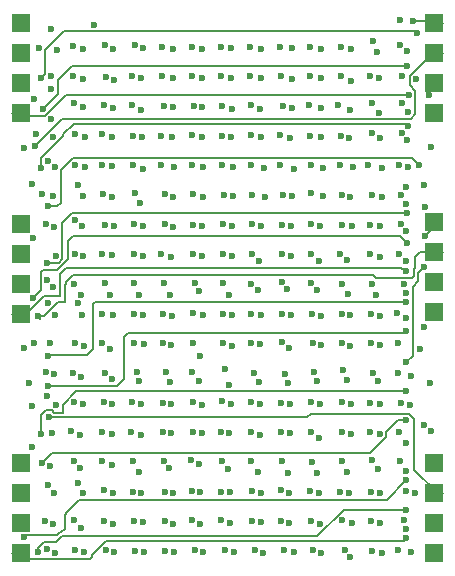
<source format=gbr>
%TF.GenerationSoftware,KiCad,Pcbnew,8.0.2*%
%TF.CreationDate,2024-06-26T19:14:06+02:00*%
%TF.ProjectId,PixelDisplay,50697865-6c44-4697-9370-6c61792e6b69,rev?*%
%TF.SameCoordinates,Original*%
%TF.FileFunction,Copper,L2,Inr*%
%TF.FilePolarity,Positive*%
%FSLAX46Y46*%
G04 Gerber Fmt 4.6, Leading zero omitted, Abs format (unit mm)*
G04 Created by KiCad (PCBNEW 8.0.2) date 2024-06-26 19:14:06*
%MOMM*%
%LPD*%
G01*
G04 APERTURE LIST*
%TA.AperFunction,CastellatedPad*%
%ADD10R,1.500000X1.500000*%
%TD*%
%TA.AperFunction,ViaPad*%
%ADD11C,0.600000*%
%TD*%
%TA.AperFunction,Conductor*%
%ADD12C,0.200000*%
%TD*%
G04 APERTURE END LIST*
D10*
%TO.N,Vdd_str6*%
%TO.C,J6*%
X135100000Y-83540000D03*
%TO.N,Vss_str6*%
X135100000Y-86080000D03*
%TO.N,din_led_pwm_6*%
X135100000Y-88620000D03*
%TO.N,dout_led_pwm_6*%
X135100000Y-91160000D03*
%TD*%
%TO.N,Vdd_str5*%
%TO.C,J5*%
X170100000Y-91190000D03*
%TO.N,Vss_str5*%
X170100000Y-88650000D03*
%TO.N,din_led_pwm_5*%
X170100000Y-86110000D03*
%TO.N,dout_led_pwm_5*%
X170100000Y-83570000D03*
%TD*%
%TO.N,Vdd_str2*%
%TO.C,J2*%
X170100000Y-53880000D03*
%TO.N,Vss_str2*%
X170100000Y-51340000D03*
%TO.N,din_led_pwm_2*%
X170100000Y-48800000D03*
%TO.N,dout_led_pwm_2*%
X170100000Y-46260000D03*
%TD*%
%TO.N,Vdd_str3*%
%TO.C,J3*%
X135100000Y-63260000D03*
%TO.N,Vss_str3*%
X135100000Y-65800000D03*
%TO.N,din_led_pwm_3*%
X135100000Y-68340000D03*
%TO.N,dout_led_pwm_3*%
X135100000Y-70880000D03*
%TD*%
%TO.N,Vdd_str4*%
%TO.C,J4*%
X170100500Y-70760000D03*
%TO.N,Vss_str4*%
X170100500Y-68220000D03*
%TO.N,din_led_pwm_4*%
X170100500Y-65680000D03*
%TO.N,dout_led_pwm_4*%
X170100500Y-63140000D03*
%TD*%
%TO.N,Vdd_str1*%
%TO.C,J1*%
X135100000Y-46290000D03*
%TO.N,Vss_str1*%
X135100000Y-48830000D03*
%TO.N,din_led_pwm_1*%
X135100000Y-51370000D03*
%TO.N,dout_led_pwm_1*%
X135100000Y-53910000D03*
%TD*%
D11*
%TO.N,Vss_str1*%
X136251352Y-52736215D03*
X164800000Y-53050000D03*
X144730000Y-48170000D03*
X154513213Y-48296785D03*
X147068722Y-50761278D03*
X152160000Y-53280000D03*
X152060000Y-48299998D03*
X154610000Y-53260000D03*
X147040000Y-48299998D03*
X159610000Y-50809498D03*
X139520000Y-48230000D03*
X159510000Y-53250000D03*
X142120000Y-53240000D03*
X157262876Y-53321230D03*
X157060000Y-48299998D03*
X139544108Y-50765892D03*
X157101876Y-50755459D03*
X161990000Y-53250000D03*
X149721439Y-53320179D03*
X137630139Y-46770139D03*
X142324906Y-50840944D03*
X139560000Y-53090000D03*
X167156946Y-48140000D03*
X144523851Y-50726149D03*
X152083465Y-50756535D03*
X162200000Y-48299998D03*
X149580000Y-50809498D03*
X167390000Y-53060000D03*
X154514821Y-50807890D03*
X149580000Y-48299998D03*
X137643987Y-50801324D03*
X142230000Y-48120000D03*
X167390000Y-50809498D03*
X162232951Y-50809498D03*
X159610000Y-48299998D03*
X164900000Y-47830000D03*
X147230000Y-53290000D03*
X164690000Y-50770000D03*
X144500000Y-53230000D03*
%TO.N,Vdd_str1*%
X137682414Y-51910092D03*
X147979252Y-53419002D03*
X155420000Y-48440000D03*
X137674952Y-54422866D03*
X152960000Y-53540000D03*
X147990000Y-48440000D03*
X143013469Y-51138238D03*
X142872411Y-48507055D03*
X147990000Y-50909502D03*
X150466552Y-53418448D03*
X155370000Y-53560000D03*
X150469164Y-50909070D03*
X165419386Y-50944642D03*
X145270000Y-53610000D03*
X168559138Y-51000000D03*
X142924906Y-53470000D03*
X152860000Y-50920000D03*
X141290000Y-46430000D03*
X150470000Y-48510000D03*
X145470000Y-48400002D03*
X158030000Y-51010000D03*
X155419857Y-50900714D03*
X160540000Y-50920000D03*
X167240000Y-46020000D03*
X163060000Y-51150000D03*
X158030000Y-48400002D03*
X165290000Y-48740000D03*
X140329291Y-53402548D03*
X160540000Y-48470000D03*
X140330000Y-50980000D03*
X167910000Y-53840000D03*
X163060000Y-48450000D03*
X158020000Y-53470000D03*
X140330000Y-48510000D03*
X138179999Y-48577539D03*
X145240944Y-50945880D03*
X162970000Y-53620000D03*
X152860000Y-48380000D03*
X167800000Y-48691706D03*
X160490000Y-53500000D03*
X165460000Y-53860000D03*
%TO.N,Vdd_str2*%
X140500000Y-55930202D03*
X150395672Y-55920456D03*
X137817043Y-55917043D03*
X142796172Y-58408961D03*
X167707114Y-61600000D03*
X137791612Y-60923993D03*
X148000000Y-61000000D03*
X167808379Y-56212466D03*
X165640334Y-61050790D03*
X152895707Y-55918279D03*
X155775547Y-61024453D03*
X160675161Y-58524839D03*
X163200000Y-58500000D03*
X142800000Y-61000000D03*
X158065547Y-60949202D03*
X140500000Y-58439702D03*
X138000000Y-58439702D03*
X140394307Y-60945759D03*
X160498053Y-55929205D03*
X153080398Y-58459304D03*
X145400000Y-58600000D03*
X160700000Y-60949202D03*
X148100000Y-58500000D03*
X157900000Y-56000000D03*
X145396008Y-55924204D03*
X165684904Y-58515096D03*
X155665418Y-58534582D03*
X147895777Y-55922434D03*
X153100000Y-60949202D03*
X145200000Y-61500000D03*
X162920386Y-55978025D03*
X155395892Y-55915910D03*
X150500000Y-61000000D03*
X142799666Y-55900881D03*
X167845643Y-58511685D03*
X150555675Y-58444325D03*
X163000000Y-61000000D03*
X165500000Y-56000000D03*
X158200000Y-58600000D03*
X135400000Y-56900000D03*
%TO.N,Vss_str2*%
X144800000Y-60700000D03*
X147278854Y-60793958D03*
X139700000Y-55700000D03*
X164800000Y-55600000D03*
X154700000Y-60849198D03*
X154608009Y-55791991D03*
X149700000Y-60800000D03*
X152309386Y-60863045D03*
X149600000Y-58339698D03*
X149600000Y-55800000D03*
X162100000Y-58339698D03*
X136900000Y-60800000D03*
X147000000Y-55830198D03*
X142000000Y-55700000D03*
X164507851Y-58292149D03*
X164806189Y-60853060D03*
X159700000Y-60700000D03*
X142078854Y-60793958D03*
X167390000Y-55590000D03*
X169640000Y-52380000D03*
X136400000Y-55700000D03*
X139900000Y-60000000D03*
X144600000Y-58339698D03*
X152100000Y-58300000D03*
X137390000Y-58000000D03*
X144600000Y-55830198D03*
X157059325Y-55733517D03*
X167130000Y-58287277D03*
X142000000Y-58339698D03*
X159600000Y-55830198D03*
X159700000Y-58339698D03*
X167305181Y-60851774D03*
X154608009Y-58300000D03*
X139707281Y-58343372D03*
X147000000Y-58339698D03*
X162170390Y-55830198D03*
X157320743Y-60861058D03*
X152100000Y-55830198D03*
X162259708Y-60849741D03*
X157059325Y-58339698D03*
X169800000Y-56800000D03*
%TO.N,Vss_str3*%
X142000000Y-65869898D03*
X169300000Y-61900000D03*
X139650000Y-65860000D03*
X152200099Y-65869901D03*
X157200000Y-63360398D03*
X142203684Y-63362562D03*
X157200000Y-68200000D03*
X157200000Y-65869898D03*
X147300000Y-63300000D03*
X167563741Y-68413826D03*
X164700000Y-63360398D03*
X167300000Y-63300000D03*
X149701070Y-65800000D03*
X162100000Y-65869898D03*
X167100000Y-65869898D03*
X152200000Y-63300000D03*
X136000110Y-59900000D03*
X162326285Y-63369221D03*
X147000000Y-65800000D03*
X144700000Y-63300000D03*
X147200000Y-68300000D03*
X154600000Y-68379398D03*
X139600000Y-68379398D03*
X164802116Y-68382742D03*
X142200000Y-68300000D03*
X152200000Y-68300000D03*
X144700000Y-68300000D03*
X159700000Y-63300000D03*
X159700000Y-68300000D03*
X154700000Y-63300000D03*
X149800000Y-68300000D03*
X164700000Y-65800000D03*
X162321353Y-68387259D03*
X139700000Y-63000000D03*
X144702109Y-65871092D03*
X137200000Y-63300000D03*
X159700000Y-65869898D03*
X154700000Y-65869898D03*
X149701070Y-63360565D03*
X137350000Y-68000000D03*
%TO.N,Vdd_str3*%
X155300000Y-66450000D03*
X147700000Y-69350000D03*
X145421146Y-63506042D03*
X137911515Y-63537172D03*
X157997215Y-63459916D03*
X147800000Y-66100000D03*
X165200000Y-69300000D03*
X155200000Y-68900000D03*
X145119364Y-69300000D03*
X152933063Y-66028857D03*
X137800000Y-68600000D03*
X148011515Y-63537171D03*
X169200000Y-60000000D03*
X160300000Y-66400000D03*
X157993409Y-65969222D03*
X138050000Y-66033803D03*
X160434715Y-63450656D03*
X145445566Y-65969960D03*
X167707114Y-69149997D03*
X162709566Y-66306857D03*
X152700000Y-69300000D03*
X167721107Y-63920623D03*
X153000000Y-63500000D03*
X140383987Y-66014166D03*
X142980697Y-63460402D03*
X150436579Y-63507297D03*
X160200000Y-68900000D03*
X155421146Y-63506042D03*
X157668523Y-68785653D03*
X150436579Y-66000000D03*
X140200000Y-69300000D03*
X142609614Y-69300000D03*
X163099898Y-63460504D03*
X165500000Y-63500000D03*
X150200000Y-69000000D03*
X162800000Y-69200000D03*
X140316542Y-63440199D03*
X165500000Y-66100000D03*
X142785385Y-65934805D03*
X167707114Y-66400000D03*
%TO.N,Vdd_str4*%
X167705234Y-71299520D03*
X160536085Y-73504857D03*
X145119364Y-76600000D03*
X138000000Y-71000000D03*
X142900000Y-71000000D03*
X168100000Y-76200000D03*
X165500000Y-71100000D03*
X147839817Y-73523280D03*
X160200000Y-76600000D03*
X137911515Y-76037171D03*
X153000000Y-73600000D03*
X160500000Y-71100000D03*
X135400000Y-73800000D03*
X145400000Y-71000000D03*
X157800000Y-73800000D03*
X165300000Y-76600000D03*
X140170823Y-76235411D03*
X147900000Y-71100000D03*
X155400000Y-71000000D03*
X140411515Y-73637171D03*
X152700000Y-76900000D03*
X155346722Y-73470069D03*
X157700000Y-76800000D03*
X155300000Y-76700000D03*
X162978474Y-73662868D03*
X165510918Y-73501483D03*
X137600000Y-73400000D03*
X163000000Y-71000000D03*
X145500000Y-73500102D03*
X142609614Y-73900000D03*
X158000000Y-71000000D03*
X162700000Y-76500000D03*
X150300000Y-74461149D03*
X142800000Y-76400000D03*
X150500000Y-71000000D03*
X140300000Y-71000000D03*
X168900000Y-73900000D03*
X147700000Y-76700000D03*
X153000000Y-71000000D03*
X150200000Y-76600000D03*
%TO.N,Vss_str4*%
X159792785Y-73404806D03*
X136200000Y-73400000D03*
X137200000Y-75800000D03*
X139900000Y-70000000D03*
X152400000Y-75600000D03*
X154600000Y-70890598D03*
X167023834Y-73358754D03*
X157200000Y-70890598D03*
X144649997Y-70890598D03*
X137400000Y-70000000D03*
X162400000Y-75700000D03*
X162275417Y-73401689D03*
X152200030Y-73400000D03*
X164763230Y-70890878D03*
X154600000Y-73400000D03*
X144708593Y-73401812D03*
X144900000Y-75800000D03*
X162260202Y-70876700D03*
X149600000Y-75800000D03*
X167027790Y-75872210D03*
X159900000Y-75800000D03*
X139700000Y-73400000D03*
X169267172Y-72012929D03*
X154800000Y-75900000D03*
X164767737Y-73400560D03*
X147400000Y-75800000D03*
X159778906Y-70893503D03*
X157500000Y-76000000D03*
X166982589Y-70808009D03*
X142000000Y-73400000D03*
X164900000Y-75900000D03*
X157200000Y-73300000D03*
X142200000Y-75900000D03*
X142000000Y-70890598D03*
X147100000Y-70890598D03*
X149700000Y-70800000D03*
X139500000Y-75900000D03*
X147100000Y-73400098D03*
X149703171Y-73400326D03*
X152200030Y-70890601D03*
%TO.N,Net-(ICled2-DI)*%
X136960000Y-53570000D03*
X167800000Y-49890000D03*
%TO.N,Net-(ICled1-DI)*%
X136800000Y-50909502D03*
X168658737Y-47098253D03*
%TO.N,Net-(ICled41-DI)*%
X168800000Y-58300000D03*
X137400000Y-61800000D03*
%TO.N,Vdd_str5*%
X142842465Y-81100000D03*
X165300000Y-84000000D03*
X160441526Y-78512442D03*
X137600000Y-83800000D03*
X145119364Y-84300000D03*
X142800000Y-83700000D03*
X168035570Y-78609069D03*
X160300000Y-81400000D03*
X137700000Y-81000000D03*
X165498004Y-81100000D03*
X152752732Y-80957185D03*
X155339798Y-81200000D03*
X145275981Y-81200000D03*
X155158364Y-84300000D03*
X147845744Y-81010084D03*
X140099864Y-83985653D03*
X157700000Y-84400000D03*
X140397933Y-78517795D03*
X157849418Y-81000303D03*
X152648614Y-84000000D03*
X147845247Y-78505120D03*
X138090747Y-78609253D03*
X162700000Y-84300000D03*
X136045671Y-78673496D03*
X157846185Y-78519383D03*
X150421146Y-78606042D03*
X142842465Y-78506066D03*
X150200000Y-83600000D03*
X155339798Y-78523300D03*
X167707114Y-81800000D03*
X163039222Y-78526703D03*
X167707114Y-84249997D03*
X160200000Y-84400000D03*
X147668523Y-83985653D03*
X140100000Y-81200000D03*
X163039222Y-81100000D03*
X165498004Y-78518086D03*
X150445629Y-81028335D03*
X145275981Y-78516564D03*
X152869483Y-78501876D03*
%TO.N,Vss_str5*%
X164700000Y-78420798D03*
X144603590Y-83396410D03*
X152003339Y-80926959D03*
X164800000Y-83300000D03*
X159711647Y-83439798D03*
X149702036Y-80930492D03*
X147200000Y-83400000D03*
X142000000Y-83400000D03*
X157102690Y-78420798D03*
X167107114Y-80900000D03*
X147100000Y-78420798D03*
X167308816Y-78423779D03*
X137300000Y-77900000D03*
X141968690Y-80930298D03*
X152100000Y-78300000D03*
X149700000Y-78400000D03*
X149500000Y-83300000D03*
X144543190Y-78356810D03*
X154600000Y-78400000D03*
X154600000Y-80930298D03*
X162300000Y-83400000D03*
X167200000Y-83400000D03*
X139600000Y-83400000D03*
X159700000Y-80900000D03*
X139328964Y-80801334D03*
X139600000Y-78400000D03*
X154600000Y-83400000D03*
X162300000Y-80900000D03*
X136000000Y-82200000D03*
X144423565Y-80876435D03*
X147100000Y-80930298D03*
X157102690Y-80930298D03*
X164700000Y-80930298D03*
X142100000Y-78400000D03*
X135800000Y-76800000D03*
X157200000Y-83400000D03*
X159700000Y-78400000D03*
X162300000Y-78400000D03*
X152100000Y-83400000D03*
%TO.N,Vdd_str6*%
X143021146Y-91106042D03*
X157800000Y-86100000D03*
X160409617Y-88703290D03*
X157839031Y-88607819D03*
X168457784Y-86090745D03*
X140400000Y-86100000D03*
X152798083Y-86003851D03*
X155404208Y-88548281D03*
X142900000Y-88700000D03*
X148053464Y-91070002D03*
X160300000Y-86100000D03*
X140200000Y-89000000D03*
X150296337Y-86007738D03*
X145459518Y-88560394D03*
X165652148Y-91117854D03*
X137895100Y-86048744D03*
X168100000Y-91100000D03*
X150521146Y-91106042D03*
X145543899Y-91106909D03*
X165494318Y-88600000D03*
X152798083Y-88600000D03*
X169200000Y-80300000D03*
X137796559Y-88738543D03*
X142900000Y-86100000D03*
X167707261Y-89140778D03*
X155616605Y-91121311D03*
X163100000Y-88600000D03*
X162900000Y-86100000D03*
X145300000Y-86100000D03*
X153121146Y-91106042D03*
X158200000Y-91070002D03*
X165494318Y-86047864D03*
X162968523Y-91485653D03*
X147987427Y-88687023D03*
X160511515Y-91137171D03*
X140441242Y-91069919D03*
X150296337Y-88700000D03*
X137970823Y-91135411D03*
X155390421Y-86035271D03*
X148000000Y-86100000D03*
%TO.N,Net-(ICled116-DO)*%
X136125166Y-69539297D03*
X167800000Y-64900000D03*
%TO.N,Vss_str6*%
X142100000Y-85800000D03*
X137400000Y-85400000D03*
X152048096Y-85950998D03*
X139600000Y-88400000D03*
X144803016Y-90990305D03*
X152400000Y-90900000D03*
X159700000Y-88460498D03*
X157400000Y-90900000D03*
X167500000Y-88400000D03*
X166994965Y-90905035D03*
X137300000Y-90800000D03*
X162160202Y-85950998D03*
X157103640Y-85821455D03*
X139700000Y-90900000D03*
X164746091Y-88460498D03*
X164803322Y-90973491D03*
X159800000Y-90900000D03*
X169800000Y-80800000D03*
X142300000Y-90900000D03*
X152048096Y-88400000D03*
X154659360Y-88460498D03*
X149558283Y-88400000D03*
X164746091Y-85950998D03*
X149800000Y-90900000D03*
X159579316Y-85892350D03*
X167727364Y-85920483D03*
X162500000Y-90900000D03*
X162300000Y-88400000D03*
X144713550Y-88462673D03*
X142100000Y-88460498D03*
X144560202Y-85950998D03*
X147269603Y-88469691D03*
X137100000Y-88460498D03*
X154659360Y-85867778D03*
X139900000Y-85200000D03*
X147303582Y-90987555D03*
X147263381Y-85958960D03*
X157103640Y-88460498D03*
X169700000Y-76800000D03*
X154900000Y-90900000D03*
X149558283Y-85874396D03*
%TO.N,Net-(ICled119-DI)*%
X167707114Y-72400000D03*
X137362778Y-76989748D03*
%TO.N,din_led_pwm_1*%
X136637651Y-48400000D03*
%TO.N,Net-(ICled158-DI)*%
X136896580Y-83539800D03*
X167707114Y-79900000D03*
%TO.N,Net-(ICled197-DI)*%
X136550002Y-91070002D03*
X167707114Y-87500000D03*
%TO.N,Net-(ICled40-DI)*%
X167858523Y-54960000D03*
X136790000Y-58570000D03*
%TO.N,dout_led_pwm_1*%
X167959138Y-52388716D03*
%TO.N,din_led_pwm_2*%
X136262468Y-56693799D03*
%TO.N,dout_led_pwm_2*%
X167707114Y-60130000D03*
X168310000Y-46130000D03*
%TO.N,Net-(ICled118-DI)*%
X137369657Y-74482546D03*
X167707114Y-69900000D03*
%TO.N,din_led_pwm_3*%
X136122004Y-64521928D03*
%TO.N,Net-(ICled115-DO)*%
X137300000Y-66600000D03*
X167771245Y-62347255D03*
%TO.N,dout_led_pwm_3*%
X167705343Y-67299525D03*
%TO.N,Net-(ICled157-DI)*%
X136800000Y-81100000D03*
X167707114Y-77400000D03*
%TO.N,din_led_pwm_5*%
X137491885Y-79600723D03*
%TO.N,din_led_pwm_4*%
X136550002Y-71100000D03*
%TO.N,dout_led_pwm_4*%
X167707114Y-75000000D03*
X169197114Y-66978552D03*
X169300000Y-64300000D03*
%TO.N,Net-(ICled196-DI)*%
X167707114Y-85000000D03*
X135402182Y-89820000D03*
%TO.N,dout_led_pwm_6*%
X167705401Y-89890778D03*
%TD*%
D12*
%TO.N,dout_led_pwm_6*%
X134350000Y-91160000D02*
X135260000Y-91160000D01*
X135260000Y-91160000D02*
X135785411Y-91685411D01*
%TO.N,dout_led_pwm_3*%
X138400000Y-67494974D02*
X138894974Y-67000000D01*
X138894974Y-67000000D02*
X167300000Y-67000000D01*
X167300000Y-67000000D02*
X167599525Y-67299525D01*
X137042281Y-69400000D02*
X138400000Y-69400000D01*
X135562281Y-70880000D02*
X137042281Y-69400000D01*
X167599525Y-67299525D02*
X167705343Y-67299525D01*
X134350000Y-70880000D02*
X135562281Y-70880000D01*
X138400000Y-69400000D02*
X138400000Y-67494974D01*
%TO.N,dout_led_pwm_1*%
X134600000Y-53910000D02*
X134840000Y-54150000D01*
X134350000Y-53910000D02*
X134600000Y-53910000D01*
%TO.N,dout_led_pwm_4*%
X169300000Y-64300000D02*
X169975000Y-63625000D01*
%TO.N,din_led_pwm_5*%
X159350000Y-79672182D02*
X137563344Y-79672182D01*
X167950000Y-79350000D02*
X159672182Y-79350000D01*
X137563344Y-79672182D02*
X137491885Y-79600723D01*
X170390000Y-86110000D02*
X168400000Y-84120000D01*
X168400000Y-79800000D02*
X167950000Y-79350000D01*
X170850000Y-86110000D02*
X170390000Y-86110000D01*
X168400000Y-84120000D02*
X168400000Y-79800000D01*
X159672182Y-79350000D02*
X159350000Y-79672182D01*
%TO.N,din_led_pwm_4*%
X137077818Y-71100000D02*
X136550002Y-71100000D01*
X138277818Y-69900000D02*
X137077818Y-71100000D01*
X138800000Y-69900000D02*
X138277818Y-69900000D01*
X138800000Y-68500000D02*
X138800000Y-69900000D01*
X138900000Y-68400000D02*
X138800000Y-68500000D01*
X138900000Y-68200000D02*
X138900000Y-68400000D01*
X139500000Y-67600000D02*
X138900000Y-68200000D01*
X164872348Y-67600000D02*
X139500000Y-67600000D01*
X165136174Y-67863826D02*
X164872348Y-67600000D01*
X168400000Y-67100000D02*
X168400000Y-67670500D01*
X168206674Y-67863826D02*
X165136174Y-67863826D01*
X168500000Y-67000000D02*
X168400000Y-67100000D01*
X168500000Y-66100000D02*
X168500000Y-67000000D01*
X168920000Y-65680000D02*
X168500000Y-66100000D01*
X170850500Y-65680000D02*
X168920000Y-65680000D01*
X168400000Y-67670500D02*
X168206674Y-67863826D01*
%TO.N,dout_led_pwm_4*%
X170365500Y-63625000D02*
X169975000Y-63625000D01*
X170850500Y-63140000D02*
X170365500Y-63625000D01*
%TO.N,din_led_pwm_2*%
X168509138Y-52059138D02*
X168509138Y-54018680D01*
X138546267Y-54410000D02*
X136262468Y-56693799D01*
X168009138Y-50772182D02*
X168009138Y-51559138D01*
X168009138Y-51559138D02*
X168509138Y-52059138D01*
X168509138Y-54018680D02*
X168117818Y-54410000D01*
X168117818Y-54410000D02*
X138546267Y-54410000D01*
X169981320Y-48800000D02*
X168009138Y-50772182D01*
X170850000Y-48800000D02*
X169981320Y-48800000D01*
%TO.N,dout_led_pwm_2*%
X170600000Y-46260000D02*
X170420000Y-46080000D01*
X170850000Y-46260000D02*
X170600000Y-46260000D01*
%TO.N,Net-(ICled2-DI)*%
X138232414Y-52297586D02*
X136960000Y-53570000D01*
X139460000Y-49890000D02*
X138232414Y-51117586D01*
X138232414Y-51117586D02*
X138232414Y-52297586D01*
X167800000Y-49890000D02*
X139460000Y-49890000D01*
%TO.N,Net-(ICled1-DI)*%
X137150000Y-50559502D02*
X137150000Y-48600000D01*
X138770000Y-46980000D02*
X168540484Y-46980000D01*
X137150000Y-48600000D02*
X138770000Y-46980000D01*
X168540484Y-46980000D02*
X168658737Y-47098253D01*
X136800000Y-50909502D02*
X137150000Y-50559502D01*
%TO.N,Net-(ICled41-DI)*%
X138500000Y-58717520D02*
X138500000Y-61500000D01*
X138200000Y-61800000D02*
X137400000Y-61800000D01*
X168237277Y-57737277D02*
X139480243Y-57737277D01*
X168800000Y-58300000D02*
X168237277Y-57737277D01*
X138500000Y-61500000D02*
X138200000Y-61800000D01*
X139480243Y-57737277D02*
X138500000Y-58717520D01*
%TO.N,Net-(ICled116-DO)*%
X139500000Y-64300000D02*
X139100000Y-64700000D01*
X139100000Y-66300000D02*
X138200000Y-67200000D01*
X136800000Y-67500000D02*
X136800000Y-68864463D01*
X167800000Y-64900000D02*
X167200000Y-64300000D01*
X167200000Y-64300000D02*
X140100000Y-64300000D01*
X139100000Y-64700000D02*
X139100000Y-66300000D01*
X136800000Y-68864463D02*
X136125166Y-69539297D01*
X137000000Y-67200000D02*
X136800000Y-67400000D01*
X136800000Y-67400000D02*
X136800000Y-67500000D01*
X138200000Y-67200000D02*
X137000000Y-67200000D01*
X140100000Y-64300000D02*
X139500000Y-64300000D01*
%TO.N,Net-(ICled119-DI)*%
X166800000Y-72500000D02*
X144200000Y-72500000D01*
X137373030Y-77000000D02*
X137362778Y-76989748D01*
X144200000Y-72500000D02*
X143800000Y-72900000D01*
X167707114Y-72400000D02*
X167607114Y-72500000D01*
X143800000Y-76400000D02*
X143200000Y-77000000D01*
X143200000Y-77000000D02*
X137373030Y-77000000D01*
X143800000Y-72900000D02*
X143800000Y-76400000D01*
X167607114Y-72500000D02*
X166800000Y-72500000D01*
%TO.N,Net-(ICled158-DI)*%
X164700000Y-82700000D02*
X138100000Y-82700000D01*
X167707114Y-79900000D02*
X167020186Y-79900000D01*
X166048004Y-81351996D02*
X164700000Y-82700000D01*
X166048004Y-80872182D02*
X166048004Y-81351996D01*
X167020186Y-79900000D02*
X166048004Y-80872182D01*
X137736380Y-82700000D02*
X136896580Y-83539800D01*
X138100000Y-82700000D02*
X137736380Y-82700000D01*
%TO.N,Net-(ICled197-DI)*%
X137072182Y-90250000D02*
X136550002Y-90772180D01*
X167707114Y-87500000D02*
X162422182Y-87500000D01*
X138550000Y-89750000D02*
X138050000Y-90250000D01*
X162422182Y-87500000D02*
X160172182Y-89750000D01*
X136550002Y-90772180D02*
X136550002Y-91070002D01*
X138050000Y-90250000D02*
X137072182Y-90250000D01*
X160172182Y-89750000D02*
X138550000Y-89750000D01*
%TO.N,Net-(ICled40-DI)*%
X136790000Y-57710000D02*
X136790000Y-58570000D01*
X137511904Y-57000000D02*
X137500000Y-57000000D01*
X167707364Y-54830000D02*
X139570000Y-54830000D01*
X138700000Y-55811904D02*
X137511904Y-57000000D01*
X137500000Y-57000000D02*
X136790000Y-57710000D01*
X139570000Y-54830000D02*
X138700000Y-55700000D01*
X167837364Y-54960000D02*
X167707364Y-54830000D01*
X167858523Y-54960000D02*
X167837364Y-54960000D01*
X138700000Y-55700000D02*
X138700000Y-55811904D01*
%TO.N,dout_led_pwm_1*%
X167959138Y-52388716D02*
X138931284Y-52388716D01*
X137170000Y-54150000D02*
X134840000Y-54150000D01*
X138931284Y-52388716D02*
X137170000Y-54150000D01*
%TO.N,dout_led_pwm_2*%
X170420000Y-46080000D02*
X168490000Y-46080000D01*
X168490000Y-46080000D02*
X168440000Y-46130000D01*
X168440000Y-46130000D02*
X168310000Y-46130000D01*
%TO.N,Net-(ICled118-DI)*%
X141400000Y-69900000D02*
X141300000Y-70000000D01*
X137452203Y-74400000D02*
X137369657Y-74482546D01*
X140700000Y-74400000D02*
X137452203Y-74400000D01*
X167707114Y-69900000D02*
X141400000Y-69900000D01*
X141200000Y-73900000D02*
X140700000Y-74400000D01*
X141200000Y-70100000D02*
X141200000Y-73900000D01*
X141300000Y-70000000D02*
X141200000Y-70100000D01*
%TO.N,Net-(ICled115-DO)*%
X138600000Y-66300000D02*
X138300000Y-66600000D01*
X138000000Y-66600000D02*
X137300000Y-66600000D01*
X167771245Y-62347255D02*
X139452745Y-62347255D01*
X139452745Y-62347255D02*
X138600000Y-63200000D01*
X138300000Y-66600000D02*
X138000000Y-66600000D01*
X138600000Y-63200000D02*
X138600000Y-66300000D01*
%TO.N,Net-(ICled157-DI)*%
X139772182Y-77450000D02*
X138640747Y-78581435D01*
X136800000Y-79500000D02*
X136800000Y-81100000D01*
X138640747Y-78581435D02*
X138640747Y-79259253D01*
X137719703Y-79050723D02*
X137249277Y-79050723D01*
X138640747Y-79259253D02*
X137928233Y-79259253D01*
X137928233Y-79259253D02*
X137719703Y-79050723D01*
X137249277Y-79050723D02*
X136800000Y-79500000D01*
X167707114Y-77400000D02*
X167657114Y-77450000D01*
X167657114Y-77450000D02*
X139772182Y-77450000D01*
%TO.N,din_led_pwm_5*%
X170000000Y-86700000D02*
X170700000Y-86000000D01*
%TO.N,din_led_pwm_4*%
X136750002Y-71300000D02*
X136550002Y-71100000D01*
%TO.N,dout_led_pwm_4*%
X169197114Y-66978552D02*
X168750000Y-67425666D01*
X168750000Y-68150000D02*
X168300000Y-68600000D01*
X168300000Y-68600000D02*
X168300000Y-68900000D01*
X168257114Y-74450000D02*
X167707114Y-75000000D01*
X168750000Y-67425666D02*
X168750000Y-68150000D01*
X168300000Y-68900000D02*
X168257114Y-68942886D01*
X168257114Y-68942886D02*
X168257114Y-74450000D01*
%TO.N,Net-(ICled196-DI)*%
X138500000Y-89400000D02*
X138400000Y-89400000D01*
X138800000Y-89100000D02*
X138500000Y-89400000D01*
X138400000Y-89400000D02*
X138180000Y-89620000D01*
X166057114Y-86650000D02*
X140050000Y-86650000D01*
X167707114Y-85000000D02*
X166057114Y-86650000D01*
X138800000Y-87900000D02*
X138800000Y-89100000D01*
X138180000Y-89620000D02*
X135602182Y-89620000D01*
X139000000Y-87700000D02*
X138800000Y-87900000D01*
X135602182Y-89620000D02*
X135402182Y-89820000D01*
X140050000Y-86650000D02*
X139000000Y-87700000D01*
%TO.N,dout_led_pwm_6*%
X141100000Y-91322182D02*
X142322182Y-90100000D01*
X135785411Y-91685411D02*
X140914589Y-91685411D01*
X140914589Y-91685411D02*
X141100000Y-91500000D01*
X167496179Y-90100000D02*
X167705401Y-89890778D01*
X142322182Y-90100000D02*
X167496179Y-90100000D01*
X141100000Y-91500000D02*
X141100000Y-91322182D01*
%TD*%
M02*

</source>
